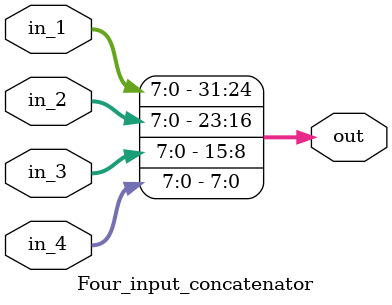
<source format=v>
`timescale 1ns / 1ps


module Four_input_concatenator#(parameter in_bus_len1=8, in_bus_len2 =8, in_bus_len3 =8, in_bus_len4 = 8, out_bus_len =32)(
    input [in_bus_len1-1:0] in_1,
    input [in_bus_len2-1:0] in_2,
    input [in_bus_len3-1:0] in_3,
    input [in_bus_len4-1:0] in_4,
    output[out_bus_len-1:0] out
    );
    
    assign out = {in_1,in_2,in_3,in_4};
    
endmodule


</source>
